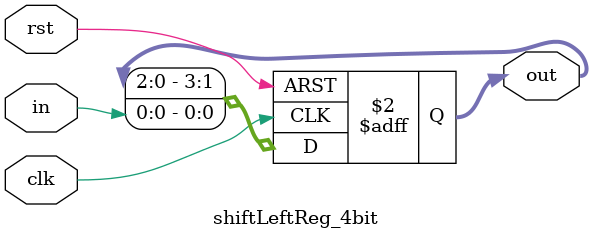
<source format=v>
module shiftLeftReg_4bit (
    input clk,
    input rst,
    input in,
    output reg [3:0] out
);

    always @(posedge clk or posedge rst)
        begin
            if (rst)
                out <= 4'b0;
            else
                out <= {out[2:0], in};        
        end

endmodule

</source>
